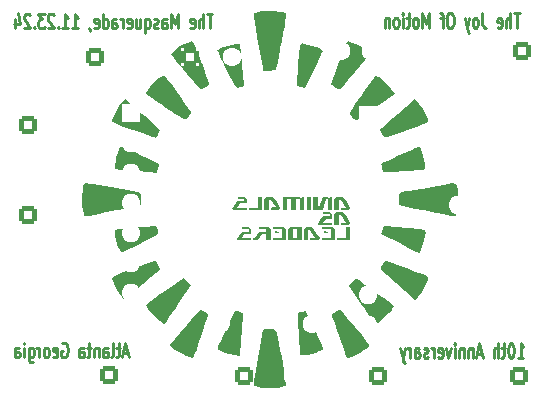
<source format=gbo>
G04 #@! TF.GenerationSoftware,KiCad,Pcbnew,(6.0.2-0)*
G04 #@! TF.CreationDate,2024-11-08T08:50:19-05:00*
G04 #@! TF.ProjectId,Joy_of_Motion,4a6f795f-6f66-45f4-9d6f-74696f6e2e6b,rev?*
G04 #@! TF.SameCoordinates,Original*
G04 #@! TF.FileFunction,Legend,Bot*
G04 #@! TF.FilePolarity,Positive*
%FSLAX46Y46*%
G04 Gerber Fmt 4.6, Leading zero omitted, Abs format (unit mm)*
G04 Created by KiCad (PCBNEW (6.0.2-0)) date 2024-11-08 08:50:19*
%MOMM*%
%LPD*%
G01*
G04 APERTURE LIST*
G04 Aperture macros list*
%AMRoundRect*
0 Rectangle with rounded corners*
0 $1 Rounding radius*
0 $2 $3 $4 $5 $6 $7 $8 $9 X,Y pos of 4 corners*
0 Add a 4 corners polygon primitive as box body*
4,1,4,$2,$3,$4,$5,$6,$7,$8,$9,$2,$3,0*
0 Add four circle primitives for the rounded corners*
1,1,$1+$1,$2,$3*
1,1,$1+$1,$4,$5*
1,1,$1+$1,$6,$7*
1,1,$1+$1,$8,$9*
0 Add four rect primitives between the rounded corners*
20,1,$1+$1,$2,$3,$4,$5,0*
20,1,$1+$1,$4,$5,$6,$7,0*
20,1,$1+$1,$6,$7,$8,$9,0*
20,1,$1+$1,$8,$9,$2,$3,0*%
G04 Aperture macros list end*
%ADD10C,0.212500*%
%ADD11RoundRect,0.250000X-0.550000X0.550000X-0.550000X-0.550000X0.550000X-0.550000X0.550000X0.550000X0*%
%ADD12C,1.600000*%
%ADD13O,1.600000X1.600000*%
%ADD14RoundRect,0.250000X0.550000X0.550000X-0.550000X0.550000X-0.550000X-0.550000X0.550000X-0.550000X0*%
%ADD15R,1.600000X1.600000*%
%ADD16RoundRect,0.250000X-0.550000X-0.550000X0.550000X-0.550000X0.550000X0.550000X-0.550000X0.550000X0*%
%ADD17R,1.800000X1.800000*%
%ADD18C,1.800000*%
G04 APERTURE END LIST*
D10*
X127965476Y-68965476D02*
X128451190Y-68965476D01*
X128208333Y-68965476D02*
X128208333Y-67715476D01*
X128289285Y-67894047D01*
X128370238Y-68013095D01*
X128451190Y-68072619D01*
X127439285Y-67715476D02*
X127358333Y-67715476D01*
X127277380Y-67775000D01*
X127236904Y-67834523D01*
X127196428Y-67953571D01*
X127155952Y-68191666D01*
X127155952Y-68489285D01*
X127196428Y-68727380D01*
X127236904Y-68846428D01*
X127277380Y-68905952D01*
X127358333Y-68965476D01*
X127439285Y-68965476D01*
X127520238Y-68905952D01*
X127560714Y-68846428D01*
X127601190Y-68727380D01*
X127641666Y-68489285D01*
X127641666Y-68191666D01*
X127601190Y-67953571D01*
X127560714Y-67834523D01*
X127520238Y-67775000D01*
X127439285Y-67715476D01*
X126913095Y-68132142D02*
X126589285Y-68132142D01*
X126791666Y-67715476D02*
X126791666Y-68786904D01*
X126751190Y-68905952D01*
X126670238Y-68965476D01*
X126589285Y-68965476D01*
X126305952Y-68965476D02*
X126305952Y-67715476D01*
X125941666Y-68965476D02*
X125941666Y-68310714D01*
X125982142Y-68191666D01*
X126063095Y-68132142D01*
X126184523Y-68132142D01*
X126265476Y-68191666D01*
X126305952Y-68251190D01*
X124929761Y-68608333D02*
X124525000Y-68608333D01*
X125010714Y-68965476D02*
X124727380Y-67715476D01*
X124444047Y-68965476D01*
X124160714Y-68132142D02*
X124160714Y-68965476D01*
X124160714Y-68251190D02*
X124120238Y-68191666D01*
X124039285Y-68132142D01*
X123917857Y-68132142D01*
X123836904Y-68191666D01*
X123796428Y-68310714D01*
X123796428Y-68965476D01*
X123391666Y-68132142D02*
X123391666Y-68965476D01*
X123391666Y-68251190D02*
X123351190Y-68191666D01*
X123270238Y-68132142D01*
X123148809Y-68132142D01*
X123067857Y-68191666D01*
X123027380Y-68310714D01*
X123027380Y-68965476D01*
X122622619Y-68965476D02*
X122622619Y-68132142D01*
X122622619Y-67715476D02*
X122663095Y-67775000D01*
X122622619Y-67834523D01*
X122582142Y-67775000D01*
X122622619Y-67715476D01*
X122622619Y-67834523D01*
X122298809Y-68132142D02*
X122096428Y-68965476D01*
X121894047Y-68132142D01*
X121246428Y-68905952D02*
X121327380Y-68965476D01*
X121489285Y-68965476D01*
X121570238Y-68905952D01*
X121610714Y-68786904D01*
X121610714Y-68310714D01*
X121570238Y-68191666D01*
X121489285Y-68132142D01*
X121327380Y-68132142D01*
X121246428Y-68191666D01*
X121205952Y-68310714D01*
X121205952Y-68429761D01*
X121610714Y-68548809D01*
X120841666Y-68965476D02*
X120841666Y-68132142D01*
X120841666Y-68370238D02*
X120801190Y-68251190D01*
X120760714Y-68191666D01*
X120679761Y-68132142D01*
X120598809Y-68132142D01*
X120355952Y-68905952D02*
X120275000Y-68965476D01*
X120113095Y-68965476D01*
X120032142Y-68905952D01*
X119991666Y-68786904D01*
X119991666Y-68727380D01*
X120032142Y-68608333D01*
X120113095Y-68548809D01*
X120234523Y-68548809D01*
X120315476Y-68489285D01*
X120355952Y-68370238D01*
X120355952Y-68310714D01*
X120315476Y-68191666D01*
X120234523Y-68132142D01*
X120113095Y-68132142D01*
X120032142Y-68191666D01*
X119263095Y-68965476D02*
X119263095Y-68310714D01*
X119303571Y-68191666D01*
X119384523Y-68132142D01*
X119546428Y-68132142D01*
X119627380Y-68191666D01*
X119263095Y-68905952D02*
X119344047Y-68965476D01*
X119546428Y-68965476D01*
X119627380Y-68905952D01*
X119667857Y-68786904D01*
X119667857Y-68667857D01*
X119627380Y-68548809D01*
X119546428Y-68489285D01*
X119344047Y-68489285D01*
X119263095Y-68429761D01*
X118858333Y-68965476D02*
X118858333Y-68132142D01*
X118858333Y-68370238D02*
X118817857Y-68251190D01*
X118777380Y-68191666D01*
X118696428Y-68132142D01*
X118615476Y-68132142D01*
X118413095Y-68132142D02*
X118210714Y-68965476D01*
X118008333Y-68132142D02*
X118210714Y-68965476D01*
X118291666Y-69263095D01*
X118332142Y-69322619D01*
X118413095Y-69382142D01*
X94946428Y-68558333D02*
X94541666Y-68558333D01*
X95027380Y-68915476D02*
X94744047Y-67665476D01*
X94460714Y-68915476D01*
X94298809Y-68082142D02*
X93975000Y-68082142D01*
X94177380Y-67665476D02*
X94177380Y-68736904D01*
X94136904Y-68855952D01*
X94055952Y-68915476D01*
X93975000Y-68915476D01*
X93570238Y-68915476D02*
X93651190Y-68855952D01*
X93691666Y-68736904D01*
X93691666Y-67665476D01*
X92882142Y-68915476D02*
X92882142Y-68260714D01*
X92922619Y-68141666D01*
X93003571Y-68082142D01*
X93165476Y-68082142D01*
X93246428Y-68141666D01*
X92882142Y-68855952D02*
X92963095Y-68915476D01*
X93165476Y-68915476D01*
X93246428Y-68855952D01*
X93286904Y-68736904D01*
X93286904Y-68617857D01*
X93246428Y-68498809D01*
X93165476Y-68439285D01*
X92963095Y-68439285D01*
X92882142Y-68379761D01*
X92477380Y-68082142D02*
X92477380Y-68915476D01*
X92477380Y-68201190D02*
X92436904Y-68141666D01*
X92355952Y-68082142D01*
X92234523Y-68082142D01*
X92153571Y-68141666D01*
X92113095Y-68260714D01*
X92113095Y-68915476D01*
X91829761Y-68082142D02*
X91505952Y-68082142D01*
X91708333Y-67665476D02*
X91708333Y-68736904D01*
X91667857Y-68855952D01*
X91586904Y-68915476D01*
X91505952Y-68915476D01*
X90858333Y-68915476D02*
X90858333Y-68260714D01*
X90898809Y-68141666D01*
X90979761Y-68082142D01*
X91141666Y-68082142D01*
X91222619Y-68141666D01*
X90858333Y-68855952D02*
X90939285Y-68915476D01*
X91141666Y-68915476D01*
X91222619Y-68855952D01*
X91263095Y-68736904D01*
X91263095Y-68617857D01*
X91222619Y-68498809D01*
X91141666Y-68439285D01*
X90939285Y-68439285D01*
X90858333Y-68379761D01*
X89360714Y-67725000D02*
X89441666Y-67665476D01*
X89563095Y-67665476D01*
X89684523Y-67725000D01*
X89765476Y-67844047D01*
X89805952Y-67963095D01*
X89846428Y-68201190D01*
X89846428Y-68379761D01*
X89805952Y-68617857D01*
X89765476Y-68736904D01*
X89684523Y-68855952D01*
X89563095Y-68915476D01*
X89482142Y-68915476D01*
X89360714Y-68855952D01*
X89320238Y-68796428D01*
X89320238Y-68379761D01*
X89482142Y-68379761D01*
X88632142Y-68855952D02*
X88713095Y-68915476D01*
X88875000Y-68915476D01*
X88955952Y-68855952D01*
X88996428Y-68736904D01*
X88996428Y-68260714D01*
X88955952Y-68141666D01*
X88875000Y-68082142D01*
X88713095Y-68082142D01*
X88632142Y-68141666D01*
X88591666Y-68260714D01*
X88591666Y-68379761D01*
X88996428Y-68498809D01*
X88105952Y-68915476D02*
X88186904Y-68855952D01*
X88227380Y-68796428D01*
X88267857Y-68677380D01*
X88267857Y-68320238D01*
X88227380Y-68201190D01*
X88186904Y-68141666D01*
X88105952Y-68082142D01*
X87984523Y-68082142D01*
X87903571Y-68141666D01*
X87863095Y-68201190D01*
X87822619Y-68320238D01*
X87822619Y-68677380D01*
X87863095Y-68796428D01*
X87903571Y-68855952D01*
X87984523Y-68915476D01*
X88105952Y-68915476D01*
X87458333Y-68915476D02*
X87458333Y-68082142D01*
X87458333Y-68320238D02*
X87417857Y-68201190D01*
X87377380Y-68141666D01*
X87296428Y-68082142D01*
X87215476Y-68082142D01*
X86567857Y-68082142D02*
X86567857Y-69094047D01*
X86608333Y-69213095D01*
X86648809Y-69272619D01*
X86729761Y-69332142D01*
X86851190Y-69332142D01*
X86932142Y-69272619D01*
X86567857Y-68855952D02*
X86648809Y-68915476D01*
X86810714Y-68915476D01*
X86891666Y-68855952D01*
X86932142Y-68796428D01*
X86972619Y-68677380D01*
X86972619Y-68320238D01*
X86932142Y-68201190D01*
X86891666Y-68141666D01*
X86810714Y-68082142D01*
X86648809Y-68082142D01*
X86567857Y-68141666D01*
X86163095Y-68915476D02*
X86163095Y-68082142D01*
X86163095Y-67665476D02*
X86203571Y-67725000D01*
X86163095Y-67784523D01*
X86122619Y-67725000D01*
X86163095Y-67665476D01*
X86163095Y-67784523D01*
X85394047Y-68915476D02*
X85394047Y-68260714D01*
X85434523Y-68141666D01*
X85515476Y-68082142D01*
X85677380Y-68082142D01*
X85758333Y-68141666D01*
X85394047Y-68855952D02*
X85475000Y-68915476D01*
X85677380Y-68915476D01*
X85758333Y-68855952D01*
X85798809Y-68736904D01*
X85798809Y-68617857D01*
X85758333Y-68498809D01*
X85677380Y-68439285D01*
X85475000Y-68439285D01*
X85394047Y-68379761D01*
X102119047Y-39815476D02*
X101633333Y-39815476D01*
X101876190Y-41065476D02*
X101876190Y-39815476D01*
X101350000Y-41065476D02*
X101350000Y-39815476D01*
X100985714Y-41065476D02*
X100985714Y-40410714D01*
X101026190Y-40291666D01*
X101107142Y-40232142D01*
X101228571Y-40232142D01*
X101309523Y-40291666D01*
X101350000Y-40351190D01*
X100257142Y-41005952D02*
X100338095Y-41065476D01*
X100500000Y-41065476D01*
X100580952Y-41005952D01*
X100621428Y-40886904D01*
X100621428Y-40410714D01*
X100580952Y-40291666D01*
X100500000Y-40232142D01*
X100338095Y-40232142D01*
X100257142Y-40291666D01*
X100216666Y-40410714D01*
X100216666Y-40529761D01*
X100621428Y-40648809D01*
X99204761Y-41065476D02*
X99204761Y-39815476D01*
X98921428Y-40708333D01*
X98638095Y-39815476D01*
X98638095Y-41065476D01*
X97869047Y-41065476D02*
X97869047Y-40410714D01*
X97909523Y-40291666D01*
X97990476Y-40232142D01*
X98152380Y-40232142D01*
X98233333Y-40291666D01*
X97869047Y-41005952D02*
X97950000Y-41065476D01*
X98152380Y-41065476D01*
X98233333Y-41005952D01*
X98273809Y-40886904D01*
X98273809Y-40767857D01*
X98233333Y-40648809D01*
X98152380Y-40589285D01*
X97950000Y-40589285D01*
X97869047Y-40529761D01*
X97504761Y-41005952D02*
X97423809Y-41065476D01*
X97261904Y-41065476D01*
X97180952Y-41005952D01*
X97140476Y-40886904D01*
X97140476Y-40827380D01*
X97180952Y-40708333D01*
X97261904Y-40648809D01*
X97383333Y-40648809D01*
X97464285Y-40589285D01*
X97504761Y-40470238D01*
X97504761Y-40410714D01*
X97464285Y-40291666D01*
X97383333Y-40232142D01*
X97261904Y-40232142D01*
X97180952Y-40291666D01*
X96411904Y-40232142D02*
X96411904Y-41482142D01*
X96411904Y-41005952D02*
X96492857Y-41065476D01*
X96654761Y-41065476D01*
X96735714Y-41005952D01*
X96776190Y-40946428D01*
X96816666Y-40827380D01*
X96816666Y-40470238D01*
X96776190Y-40351190D01*
X96735714Y-40291666D01*
X96654761Y-40232142D01*
X96492857Y-40232142D01*
X96411904Y-40291666D01*
X95642857Y-40232142D02*
X95642857Y-41065476D01*
X96007142Y-40232142D02*
X96007142Y-40886904D01*
X95966666Y-41005952D01*
X95885714Y-41065476D01*
X95764285Y-41065476D01*
X95683333Y-41005952D01*
X95642857Y-40946428D01*
X94914285Y-41005952D02*
X94995238Y-41065476D01*
X95157142Y-41065476D01*
X95238095Y-41005952D01*
X95278571Y-40886904D01*
X95278571Y-40410714D01*
X95238095Y-40291666D01*
X95157142Y-40232142D01*
X94995238Y-40232142D01*
X94914285Y-40291666D01*
X94873809Y-40410714D01*
X94873809Y-40529761D01*
X95278571Y-40648809D01*
X94509523Y-41065476D02*
X94509523Y-40232142D01*
X94509523Y-40470238D02*
X94469047Y-40351190D01*
X94428571Y-40291666D01*
X94347619Y-40232142D01*
X94266666Y-40232142D01*
X93619047Y-41065476D02*
X93619047Y-40410714D01*
X93659523Y-40291666D01*
X93740476Y-40232142D01*
X93902380Y-40232142D01*
X93983333Y-40291666D01*
X93619047Y-41005952D02*
X93700000Y-41065476D01*
X93902380Y-41065476D01*
X93983333Y-41005952D01*
X94023809Y-40886904D01*
X94023809Y-40767857D01*
X93983333Y-40648809D01*
X93902380Y-40589285D01*
X93700000Y-40589285D01*
X93619047Y-40529761D01*
X92850000Y-41065476D02*
X92850000Y-39815476D01*
X92850000Y-41005952D02*
X92930952Y-41065476D01*
X93092857Y-41065476D01*
X93173809Y-41005952D01*
X93214285Y-40946428D01*
X93254761Y-40827380D01*
X93254761Y-40470238D01*
X93214285Y-40351190D01*
X93173809Y-40291666D01*
X93092857Y-40232142D01*
X92930952Y-40232142D01*
X92850000Y-40291666D01*
X92121428Y-41005952D02*
X92202380Y-41065476D01*
X92364285Y-41065476D01*
X92445238Y-41005952D01*
X92485714Y-40886904D01*
X92485714Y-40410714D01*
X92445238Y-40291666D01*
X92364285Y-40232142D01*
X92202380Y-40232142D01*
X92121428Y-40291666D01*
X92080952Y-40410714D01*
X92080952Y-40529761D01*
X92485714Y-40648809D01*
X91676190Y-41005952D02*
X91676190Y-41065476D01*
X91716666Y-41184523D01*
X91757142Y-41244047D01*
X90219047Y-41065476D02*
X90704761Y-41065476D01*
X90461904Y-41065476D02*
X90461904Y-39815476D01*
X90542857Y-39994047D01*
X90623809Y-40113095D01*
X90704761Y-40172619D01*
X89409523Y-41065476D02*
X89895238Y-41065476D01*
X89652380Y-41065476D02*
X89652380Y-39815476D01*
X89733333Y-39994047D01*
X89814285Y-40113095D01*
X89895238Y-40172619D01*
X89045238Y-40946428D02*
X89004761Y-41005952D01*
X89045238Y-41065476D01*
X89085714Y-41005952D01*
X89045238Y-40946428D01*
X89045238Y-41065476D01*
X88680952Y-39934523D02*
X88640476Y-39875000D01*
X88559523Y-39815476D01*
X88357142Y-39815476D01*
X88276190Y-39875000D01*
X88235714Y-39934523D01*
X88195238Y-40053571D01*
X88195238Y-40172619D01*
X88235714Y-40351190D01*
X88721428Y-41065476D01*
X88195238Y-41065476D01*
X87911904Y-39815476D02*
X87385714Y-39815476D01*
X87669047Y-40291666D01*
X87547619Y-40291666D01*
X87466666Y-40351190D01*
X87426190Y-40410714D01*
X87385714Y-40529761D01*
X87385714Y-40827380D01*
X87426190Y-40946428D01*
X87466666Y-41005952D01*
X87547619Y-41065476D01*
X87790476Y-41065476D01*
X87871428Y-41005952D01*
X87911904Y-40946428D01*
X87021428Y-40946428D02*
X86980952Y-41005952D01*
X87021428Y-41065476D01*
X87061904Y-41005952D01*
X87021428Y-40946428D01*
X87021428Y-41065476D01*
X86657142Y-39934523D02*
X86616666Y-39875000D01*
X86535714Y-39815476D01*
X86333333Y-39815476D01*
X86252380Y-39875000D01*
X86211904Y-39934523D01*
X86171428Y-40053571D01*
X86171428Y-40172619D01*
X86211904Y-40351190D01*
X86697619Y-41065476D01*
X86171428Y-41065476D01*
X85442857Y-40232142D02*
X85442857Y-41065476D01*
X85645238Y-39755952D02*
X85847619Y-40648809D01*
X85321428Y-40648809D01*
X128117857Y-39765476D02*
X127632142Y-39765476D01*
X127875000Y-41015476D02*
X127875000Y-39765476D01*
X127348809Y-41015476D02*
X127348809Y-39765476D01*
X126984523Y-41015476D02*
X126984523Y-40360714D01*
X127025000Y-40241666D01*
X127105952Y-40182142D01*
X127227380Y-40182142D01*
X127308333Y-40241666D01*
X127348809Y-40301190D01*
X126255952Y-40955952D02*
X126336904Y-41015476D01*
X126498809Y-41015476D01*
X126579761Y-40955952D01*
X126620238Y-40836904D01*
X126620238Y-40360714D01*
X126579761Y-40241666D01*
X126498809Y-40182142D01*
X126336904Y-40182142D01*
X126255952Y-40241666D01*
X126215476Y-40360714D01*
X126215476Y-40479761D01*
X126620238Y-40598809D01*
X124960714Y-39765476D02*
X124960714Y-40658333D01*
X125001190Y-40836904D01*
X125082142Y-40955952D01*
X125203571Y-41015476D01*
X125284523Y-41015476D01*
X124434523Y-41015476D02*
X124515476Y-40955952D01*
X124555952Y-40896428D01*
X124596428Y-40777380D01*
X124596428Y-40420238D01*
X124555952Y-40301190D01*
X124515476Y-40241666D01*
X124434523Y-40182142D01*
X124313095Y-40182142D01*
X124232142Y-40241666D01*
X124191666Y-40301190D01*
X124151190Y-40420238D01*
X124151190Y-40777380D01*
X124191666Y-40896428D01*
X124232142Y-40955952D01*
X124313095Y-41015476D01*
X124434523Y-41015476D01*
X123867857Y-40182142D02*
X123665476Y-41015476D01*
X123463095Y-40182142D02*
X123665476Y-41015476D01*
X123746428Y-41313095D01*
X123786904Y-41372619D01*
X123867857Y-41432142D01*
X122329761Y-39765476D02*
X122167857Y-39765476D01*
X122086904Y-39825000D01*
X122005952Y-39944047D01*
X121965476Y-40182142D01*
X121965476Y-40598809D01*
X122005952Y-40836904D01*
X122086904Y-40955952D01*
X122167857Y-41015476D01*
X122329761Y-41015476D01*
X122410714Y-40955952D01*
X122491666Y-40836904D01*
X122532142Y-40598809D01*
X122532142Y-40182142D01*
X122491666Y-39944047D01*
X122410714Y-39825000D01*
X122329761Y-39765476D01*
X121722619Y-40182142D02*
X121398809Y-40182142D01*
X121601190Y-41015476D02*
X121601190Y-39944047D01*
X121560714Y-39825000D01*
X121479761Y-39765476D01*
X121398809Y-39765476D01*
X120467857Y-41015476D02*
X120467857Y-39765476D01*
X120184523Y-40658333D01*
X119901190Y-39765476D01*
X119901190Y-41015476D01*
X119375000Y-41015476D02*
X119455952Y-40955952D01*
X119496428Y-40896428D01*
X119536904Y-40777380D01*
X119536904Y-40420238D01*
X119496428Y-40301190D01*
X119455952Y-40241666D01*
X119375000Y-40182142D01*
X119253571Y-40182142D01*
X119172619Y-40241666D01*
X119132142Y-40301190D01*
X119091666Y-40420238D01*
X119091666Y-40777380D01*
X119132142Y-40896428D01*
X119172619Y-40955952D01*
X119253571Y-41015476D01*
X119375000Y-41015476D01*
X118848809Y-40182142D02*
X118525000Y-40182142D01*
X118727380Y-39765476D02*
X118727380Y-40836904D01*
X118686904Y-40955952D01*
X118605952Y-41015476D01*
X118525000Y-41015476D01*
X118241666Y-41015476D02*
X118241666Y-40182142D01*
X118241666Y-39765476D02*
X118282142Y-39825000D01*
X118241666Y-39884523D01*
X118201190Y-39825000D01*
X118241666Y-39765476D01*
X118241666Y-39884523D01*
X117715476Y-41015476D02*
X117796428Y-40955952D01*
X117836904Y-40896428D01*
X117877380Y-40777380D01*
X117877380Y-40420238D01*
X117836904Y-40301190D01*
X117796428Y-40241666D01*
X117715476Y-40182142D01*
X117594047Y-40182142D01*
X117513095Y-40241666D01*
X117472619Y-40301190D01*
X117432142Y-40420238D01*
X117432142Y-40777380D01*
X117472619Y-40896428D01*
X117513095Y-40955952D01*
X117594047Y-41015476D01*
X117715476Y-41015476D01*
X117067857Y-40182142D02*
X117067857Y-41015476D01*
X117067857Y-40301190D02*
X117027380Y-40241666D01*
X116946428Y-40182142D01*
X116825000Y-40182142D01*
X116744047Y-40241666D01*
X116703571Y-40360714D01*
X116703571Y-41015476D01*
G36*
X108541667Y-59008943D02*
G01*
X108541667Y-58825549D01*
X108916667Y-58825549D01*
X109283334Y-58825549D01*
X109283334Y-58083639D01*
X108916667Y-58083639D01*
X108916667Y-58825549D01*
X108541667Y-58825549D01*
X108541667Y-58079744D01*
X108631108Y-57989995D01*
X108720550Y-57900246D01*
X109658334Y-57900246D01*
X109658334Y-59008943D01*
X108541667Y-59008943D01*
G37*
G36*
X112160281Y-56689290D02*
G01*
X112250000Y-56778760D01*
X112250000Y-57158336D01*
X111972917Y-57158599D01*
X111695834Y-57158863D01*
X111577084Y-57336778D01*
X111548890Y-57379169D01*
X111519573Y-57423599D01*
X111494628Y-57461787D01*
X111475285Y-57491834D01*
X111462777Y-57511840D01*
X111458334Y-57519908D01*
X111458334Y-57519916D01*
X111466522Y-57520962D01*
X111489745Y-57521938D01*
X111526384Y-57522822D01*
X111574820Y-57523594D01*
X111633436Y-57524231D01*
X111700611Y-57524712D01*
X111774728Y-57525016D01*
X111854167Y-57525123D01*
X112250000Y-57525123D01*
X112250000Y-57716852D01*
X111143604Y-57716852D01*
X111088469Y-57663304D01*
X111075943Y-57650901D01*
X111054077Y-57627912D01*
X111038971Y-57610153D01*
X111033334Y-57600701D01*
X111036103Y-57595076D01*
X111047215Y-57576642D01*
X111065961Y-57546920D01*
X111091414Y-57507342D01*
X111122645Y-57459341D01*
X111158726Y-57404349D01*
X111198728Y-57343800D01*
X111241722Y-57279126D01*
X111450111Y-56966606D01*
X112066667Y-56966606D01*
X112066667Y-56783213D01*
X111508334Y-56783213D01*
X111508334Y-56599819D01*
X112070562Y-56599819D01*
X112160281Y-56689290D01*
G37*
G36*
X109533334Y-55477657D02*
G01*
X109714176Y-55299393D01*
X109908334Y-55299393D01*
X109908334Y-55852352D01*
X109908317Y-55895646D01*
X109908164Y-55988104D01*
X109907863Y-56074999D01*
X109907428Y-56154944D01*
X109906873Y-56226548D01*
X109906212Y-56288424D01*
X109905458Y-56339183D01*
X109904625Y-56377436D01*
X109903727Y-56401794D01*
X109902778Y-56410868D01*
X109900714Y-56411552D01*
X109884991Y-56413110D01*
X109856107Y-56414450D01*
X109816548Y-56415498D01*
X109768799Y-56416182D01*
X109715348Y-56416426D01*
X109533474Y-56416426D01*
X109531320Y-55951690D01*
X109529167Y-55486954D01*
X109347917Y-55484707D01*
X109166667Y-55482461D01*
X109166667Y-56416426D01*
X108791667Y-56416426D01*
X108791667Y-55482467D01*
X108606250Y-55484711D01*
X108420834Y-55486954D01*
X108418681Y-55951690D01*
X108416527Y-56416426D01*
X108050000Y-56416426D01*
X108050000Y-55299393D01*
X109533334Y-55299393D01*
X109533334Y-55477657D01*
G37*
G36*
X106968614Y-57989716D02*
G01*
X107058334Y-58079187D01*
X107058334Y-59008943D01*
X106683334Y-59008943D01*
X106683334Y-58458762D01*
X106497917Y-58458977D01*
X106312500Y-58459191D01*
X106129949Y-58734067D01*
X105947397Y-59008943D01*
X105566667Y-59008943D01*
X105566667Y-58825549D01*
X105631250Y-58825317D01*
X105695834Y-58825085D01*
X105881263Y-58546059D01*
X106066693Y-58267033D01*
X106683334Y-58267033D01*
X106683334Y-58083639D01*
X106058334Y-58083639D01*
X106058334Y-57900246D01*
X106878895Y-57900246D01*
X106968614Y-57989716D01*
G37*
G36*
X111854167Y-58308713D02*
G01*
X111945550Y-58400410D01*
X111575000Y-58400410D01*
X111575000Y-58217016D01*
X111762785Y-58217016D01*
X111854167Y-58308713D01*
G37*
G36*
X106966531Y-55299630D02*
G01*
X107245834Y-55299867D01*
X107555440Y-55765222D01*
X107865047Y-56230577D01*
X107772153Y-56323502D01*
X107679260Y-56416426D01*
X107058334Y-56416426D01*
X107058334Y-56224978D01*
X107271680Y-56222753D01*
X107485027Y-56220528D01*
X106994127Y-55486954D01*
X106934564Y-55484505D01*
X106875000Y-55482056D01*
X106875000Y-56416426D01*
X106500000Y-56416426D01*
X106500000Y-55487215D01*
X106593615Y-55393304D01*
X106687229Y-55299393D01*
X106966531Y-55299630D01*
G37*
G36*
X108268614Y-57989716D02*
G01*
X108358334Y-58079187D01*
X108358334Y-59008943D01*
X107241667Y-59008943D01*
X107241667Y-58825549D01*
X107983334Y-58825549D01*
X107983334Y-58083639D01*
X107241667Y-58083639D01*
X107241667Y-57900246D01*
X108178895Y-57900246D01*
X108268614Y-57989716D01*
G37*
G36*
X110458334Y-56416426D02*
G01*
X110091667Y-56416426D01*
X110091667Y-55299393D01*
X110458334Y-55299393D01*
X110458334Y-56416426D01*
G37*
G36*
X111883334Y-55478334D02*
G01*
X111973053Y-55388863D01*
X112062773Y-55299393D01*
X112250000Y-55299393D01*
X112250000Y-56416426D01*
X111883474Y-56416426D01*
X111881320Y-55951690D01*
X111879167Y-55486954D01*
X111820834Y-55484561D01*
X111762500Y-55482168D01*
X111452834Y-56412258D01*
X110645834Y-56412258D01*
X110643691Y-55855825D01*
X110641549Y-55299393D01*
X111016667Y-55299393D01*
X111016667Y-56224696D01*
X111140278Y-56224696D01*
X111293747Y-55764128D01*
X111447215Y-55303561D01*
X111665274Y-55301338D01*
X111883334Y-55299117D01*
X111883334Y-55478334D01*
G37*
G36*
X105298221Y-57994325D02*
G01*
X105392002Y-58088404D01*
X105387500Y-58454594D01*
X104824952Y-58462930D01*
X104708317Y-58637988D01*
X104681988Y-58677666D01*
X104652789Y-58722088D01*
X104627916Y-58760392D01*
X104608611Y-58790649D01*
X104596117Y-58810927D01*
X104591675Y-58819297D01*
X104591695Y-58819361D01*
X104600548Y-58820606D01*
X104624376Y-58821766D01*
X104661571Y-58822817D01*
X104710520Y-58823734D01*
X104769615Y-58824490D01*
X104837245Y-58825062D01*
X104911799Y-58825423D01*
X104991667Y-58825549D01*
X105391667Y-58825549D01*
X105391667Y-59008943D01*
X104271282Y-59008943D01*
X104218975Y-58957083D01*
X104208436Y-58946500D01*
X104187046Y-58924052D01*
X104172216Y-58907087D01*
X104166667Y-58898648D01*
X104169467Y-58893375D01*
X104180604Y-58875389D01*
X104199363Y-58846089D01*
X104224817Y-58806895D01*
X104256041Y-58759225D01*
X104292106Y-58704499D01*
X104332086Y-58644135D01*
X104375056Y-58579553D01*
X104583444Y-58267033D01*
X105200000Y-58267033D01*
X105200000Y-58083639D01*
X104641667Y-58083639D01*
X104641667Y-57900246D01*
X105204439Y-57900246D01*
X105298221Y-57994325D01*
G37*
G36*
X112410281Y-57989716D02*
G01*
X112500000Y-58079187D01*
X112500000Y-59008943D01*
X111383334Y-59008943D01*
X111383334Y-58825549D01*
X112125000Y-58825549D01*
X112125000Y-58083639D01*
X111383334Y-58083639D01*
X111383334Y-57900246D01*
X112320562Y-57900246D01*
X112410281Y-57989716D01*
G37*
G36*
X113800000Y-59008943D02*
G01*
X112683334Y-59008943D01*
X112683334Y-58825549D01*
X113425000Y-58825549D01*
X113425000Y-57900246D01*
X113800000Y-57900246D01*
X113800000Y-59008943D01*
G37*
G36*
X110304025Y-57900473D02*
G01*
X110587500Y-57900699D01*
X110895330Y-58363488D01*
X111203159Y-58826276D01*
X111112138Y-58917609D01*
X111021118Y-59008943D01*
X110400000Y-59008943D01*
X110400000Y-58825831D01*
X110612516Y-58823606D01*
X110825031Y-58821381D01*
X110333277Y-58083639D01*
X110216667Y-58083639D01*
X110216667Y-59008943D01*
X109841667Y-59008943D01*
X109841667Y-58079744D01*
X109931108Y-57989995D01*
X110020550Y-57900246D01*
X110304025Y-57900473D01*
G37*
G36*
X113492433Y-55763192D02*
G01*
X113801605Y-56226992D01*
X113707189Y-56321709D01*
X113612772Y-56416426D01*
X112991667Y-56416426D01*
X112991667Y-56224696D01*
X113425021Y-56224696D01*
X113177816Y-55853741D01*
X112930610Y-55482786D01*
X112808334Y-55482786D01*
X112808334Y-56416745D01*
X112622917Y-56414501D01*
X112437500Y-56412258D01*
X112433192Y-55488706D01*
X112526552Y-55394049D01*
X112619912Y-55299393D01*
X113183259Y-55299393D01*
X113492433Y-55763192D01*
G37*
G36*
X107704167Y-58308713D02*
G01*
X107795550Y-58400410D01*
X107425000Y-58400410D01*
X107425000Y-58217016D01*
X107612785Y-58217016D01*
X107704167Y-58308713D01*
G37*
G36*
X106316667Y-56416426D02*
G01*
X105200000Y-56416426D01*
X105200000Y-56224696D01*
X105941667Y-56224696D01*
X105941667Y-55299393D01*
X106316667Y-55299393D01*
X106316667Y-56416426D01*
G37*
G36*
X105016667Y-55477657D02*
G01*
X105016667Y-55857909D01*
X104461003Y-55857909D01*
X104338814Y-56041303D01*
X104216626Y-56224696D01*
X105016667Y-56224696D01*
X105016667Y-56416426D01*
X103904616Y-56416426D01*
X103852308Y-56364566D01*
X103842247Y-56354351D01*
X103820628Y-56330513D01*
X103805620Y-56311199D01*
X103800000Y-56299845D01*
X103802401Y-56294300D01*
X103813095Y-56275772D01*
X103831497Y-56245953D01*
X103856667Y-56206304D01*
X103887666Y-56158289D01*
X103923556Y-56103369D01*
X103963397Y-56043007D01*
X104006250Y-55978666D01*
X104212500Y-55670348D01*
X104833896Y-55665976D01*
X104831531Y-55576465D01*
X104829167Y-55486954D01*
X104552084Y-55484758D01*
X104275000Y-55482561D01*
X104275000Y-55299393D01*
X104835825Y-55299393D01*
X105016667Y-55477657D01*
G37*
G36*
X113492433Y-57063619D02*
G01*
X113801605Y-57527419D01*
X113707090Y-57622235D01*
X113612574Y-57717051D01*
X113304204Y-57714868D01*
X112995834Y-57712684D01*
X112993478Y-57618903D01*
X112991121Y-57525123D01*
X113425021Y-57525123D01*
X113177816Y-57154168D01*
X112930610Y-56783213D01*
X112808334Y-56783213D01*
X112808334Y-57717171D01*
X112622917Y-57714928D01*
X112437500Y-57712684D01*
X112435346Y-57250235D01*
X112433191Y-56787785D01*
X112526876Y-56693802D01*
X112620562Y-56599819D01*
X113183259Y-56599819D01*
X113492433Y-57063619D01*
G37*
G36*
X100452553Y-42196412D02*
G01*
X100560757Y-42312877D01*
X100672998Y-42524792D01*
X100804068Y-42847567D01*
X100968759Y-43296616D01*
X101181860Y-43887348D01*
X101277924Y-44152691D01*
X101456556Y-44651520D01*
X101609781Y-45086555D01*
X101729356Y-45434006D01*
X101807038Y-45670084D01*
X101834582Y-45771000D01*
X101823440Y-45799427D01*
X101711062Y-45910251D01*
X101517005Y-46042418D01*
X101432342Y-46091372D01*
X101250307Y-46188933D01*
X101158000Y-46226455D01*
X101140250Y-46215066D01*
X101029408Y-46104716D01*
X100837957Y-45895280D01*
X100584980Y-45609221D01*
X100289561Y-45269002D01*
X99970780Y-44897086D01*
X99647722Y-44515936D01*
X99339469Y-44148015D01*
X99065102Y-43815786D01*
X98843706Y-43541712D01*
X98694363Y-43348255D01*
X98636154Y-43257880D01*
X98681732Y-43135023D01*
X98847195Y-42957886D01*
X99100889Y-42756937D01*
X99410032Y-42557998D01*
X99741842Y-42386894D01*
X99764298Y-42376804D01*
X100004260Y-42265591D01*
X100189096Y-42188180D01*
X100333597Y-42159983D01*
X100452553Y-42196412D01*
G37*
G36*
X97309177Y-60747740D02*
G01*
X97392682Y-60881882D01*
X97516775Y-61086213D01*
X97714956Y-61415426D01*
X97298645Y-61774111D01*
X97200005Y-61859540D01*
X96936447Y-62089586D01*
X96597149Y-62387224D01*
X96215277Y-62723332D01*
X95824000Y-63068791D01*
X95561989Y-63299136D01*
X95236752Y-63580843D01*
X94971293Y-63805814D01*
X94787767Y-63955344D01*
X94708331Y-64010725D01*
X94697458Y-64009993D01*
X94586212Y-63928742D01*
X94422302Y-63740180D01*
X94231642Y-63479375D01*
X94040147Y-63181395D01*
X93873732Y-62881310D01*
X93868081Y-62870061D01*
X93744267Y-62624347D01*
X93660995Y-62431232D01*
X93632934Y-62276493D01*
X93674754Y-62145909D01*
X93801123Y-62025259D01*
X94026712Y-61900322D01*
X94366190Y-61756876D01*
X94834227Y-61580701D01*
X95445492Y-61357573D01*
X95742040Y-61249758D01*
X96234336Y-61073424D01*
X96658217Y-60924960D01*
X96991092Y-60812108D01*
X97210368Y-60742611D01*
X97293456Y-60724213D01*
X97309177Y-60747740D01*
G37*
G36*
X114357863Y-62284563D02*
G01*
X114505346Y-62375212D01*
X114752009Y-62539282D01*
X115073994Y-62759815D01*
X115447446Y-63019855D01*
X115848506Y-63302445D01*
X116253318Y-63590627D01*
X116638025Y-63867447D01*
X116978771Y-64115945D01*
X117251698Y-64319166D01*
X117432949Y-64460154D01*
X117498667Y-64521950D01*
X117442604Y-64665753D01*
X117283252Y-64891108D01*
X117049227Y-65162802D01*
X116769251Y-65449698D01*
X116472046Y-65720661D01*
X116186334Y-65944556D01*
X116096555Y-66004020D01*
X115940290Y-66067435D01*
X115838267Y-66022343D01*
X115818802Y-65998263D01*
X115711170Y-65849678D01*
X115530429Y-65591290D01*
X115291675Y-65244946D01*
X115010006Y-64832495D01*
X114700517Y-64375785D01*
X113656834Y-62829904D01*
X113945256Y-62532328D01*
X114047847Y-62434894D01*
X114222440Y-62306994D01*
X114335992Y-62274013D01*
X114357863Y-62284563D01*
G37*
G36*
X98017190Y-45074794D02*
G01*
X98150253Y-45151894D01*
X98310411Y-45317368D01*
X98516038Y-45583179D01*
X98785506Y-45961288D01*
X99137189Y-46463656D01*
X99244441Y-46616750D01*
X99550012Y-47055767D01*
X99820083Y-47447880D01*
X100039095Y-47770245D01*
X100191486Y-48000020D01*
X100261694Y-48114361D01*
X100286238Y-48191464D01*
X100249885Y-48336342D01*
X100093295Y-48529317D01*
X100033595Y-48587043D01*
X99851976Y-48716297D01*
X99715126Y-48751208D01*
X99702324Y-48747129D01*
X99551812Y-48670677D01*
X99300297Y-48519201D01*
X98972081Y-48309428D01*
X98591465Y-48058081D01*
X98182752Y-47781885D01*
X97770244Y-47497565D01*
X97378241Y-47221845D01*
X97031047Y-46971450D01*
X96752963Y-46763105D01*
X96568292Y-46613535D01*
X96501334Y-46539463D01*
X96515766Y-46480841D01*
X96619851Y-46294739D01*
X96797461Y-46050392D01*
X97016473Y-45787548D01*
X97244766Y-45545955D01*
X97450215Y-45365359D01*
X97596853Y-45254131D01*
X97758863Y-45137874D01*
X97892852Y-45074108D01*
X98017190Y-45074794D01*
G37*
G36*
X119662165Y-51099062D02*
G01*
X119767261Y-51264932D01*
X119878948Y-51527507D01*
X119982484Y-51845325D01*
X120063127Y-52176921D01*
X120106135Y-52480833D01*
X120120203Y-52733484D01*
X120112740Y-52913476D01*
X120070568Y-52995633D01*
X119985030Y-53018369D01*
X119911827Y-53023110D01*
X119682165Y-53039494D01*
X119337220Y-53064897D01*
X118909123Y-53096944D01*
X118430000Y-53133262D01*
X118114886Y-53157168D01*
X117654519Y-53191647D01*
X117260996Y-53220587D01*
X116968313Y-53241499D01*
X116810466Y-53251892D01*
X116793145Y-53252699D01*
X116653807Y-53233183D01*
X116568225Y-53132277D01*
X116497289Y-52906898D01*
X116473499Y-52809115D01*
X116433967Y-52615183D01*
X116428436Y-52528008D01*
X116489074Y-52493565D01*
X116680598Y-52398600D01*
X116974414Y-52257996D01*
X117342142Y-52084857D01*
X117755403Y-51892288D01*
X118185818Y-51693393D01*
X118605007Y-51501276D01*
X118984590Y-51329040D01*
X119296189Y-51189791D01*
X119511423Y-51096631D01*
X119601913Y-51062666D01*
X119662165Y-51099062D01*
G37*
G36*
X112945548Y-64882785D02*
G01*
X113069070Y-65009537D01*
X113275198Y-65238634D01*
X113547864Y-65551757D01*
X113870999Y-65930585D01*
X114228533Y-66356797D01*
X114272976Y-66410199D01*
X114659942Y-66876394D01*
X114950832Y-67231958D01*
X115157118Y-67494356D01*
X115290269Y-67681056D01*
X115361758Y-67809521D01*
X115383053Y-67897219D01*
X115365625Y-67961615D01*
X115320946Y-68020175D01*
X115256763Y-68085521D01*
X114989244Y-68298803D01*
X114641988Y-68524168D01*
X114273096Y-68725913D01*
X113940670Y-68868336D01*
X113817547Y-68906547D01*
X113612155Y-68949740D01*
X113506617Y-68941497D01*
X113499541Y-68929615D01*
X113444458Y-68795221D01*
X113348520Y-68536800D01*
X113221439Y-68182581D01*
X113072931Y-67760795D01*
X112912708Y-67299670D01*
X112750484Y-66827436D01*
X112595973Y-66372321D01*
X112458889Y-65962557D01*
X112348945Y-65626371D01*
X112275856Y-65391994D01*
X112249334Y-65287655D01*
X112282219Y-65239445D01*
X112418907Y-65129903D01*
X112609092Y-65006256D01*
X112794934Y-64905175D01*
X112918593Y-64863333D01*
X112945548Y-64882785D01*
G37*
G36*
X99987526Y-62466423D02*
G01*
X100298718Y-62768713D01*
X99203304Y-64408689D01*
X99013934Y-64690757D01*
X98716786Y-65127206D01*
X98457230Y-65500871D01*
X98249166Y-65792102D01*
X98106495Y-65981250D01*
X98043118Y-66048666D01*
X97897171Y-66000206D01*
X97671975Y-65849159D01*
X97408695Y-65624638D01*
X97135743Y-65356482D01*
X96881534Y-65074534D01*
X96674481Y-64808632D01*
X96542998Y-64588618D01*
X96515498Y-64444332D01*
X96536867Y-64420418D01*
X96673829Y-64307771D01*
X96919725Y-64120952D01*
X97254452Y-63874836D01*
X97657911Y-63584301D01*
X98110000Y-63264224D01*
X99676334Y-62164134D01*
X99987526Y-62466423D01*
G37*
G36*
X117037169Y-57820618D02*
G01*
X117412614Y-57846600D01*
X117948364Y-57889039D01*
X118480671Y-57936537D01*
X118981965Y-57986174D01*
X119424672Y-58035029D01*
X119781220Y-58080182D01*
X120024039Y-58118713D01*
X120125555Y-58147702D01*
X120140148Y-58172351D01*
X120157962Y-58345209D01*
X120131631Y-58619640D01*
X120069228Y-58950125D01*
X119978824Y-59291149D01*
X119868491Y-59597192D01*
X119782318Y-59781652D01*
X119676276Y-59965973D01*
X119605498Y-60037333D01*
X119595308Y-60035061D01*
X119467002Y-59981814D01*
X119217062Y-59866387D01*
X118869215Y-59700089D01*
X118447187Y-59494228D01*
X117974706Y-59260111D01*
X116417565Y-58482890D01*
X116618003Y-57793666D01*
X117037169Y-57820618D01*
G37*
G36*
X113770882Y-42185988D02*
G01*
X114057621Y-42299027D01*
X114399724Y-42464556D01*
X114744840Y-42654765D01*
X115040618Y-42841843D01*
X115234709Y-42997979D01*
X115468417Y-43242091D01*
X114176375Y-44735329D01*
X113950985Y-44995427D01*
X113605713Y-45392242D01*
X113308142Y-45732226D01*
X113073986Y-45997521D01*
X112918959Y-46170270D01*
X112858774Y-46232616D01*
X112758093Y-46198653D01*
X112582312Y-46098666D01*
X112388609Y-45969352D01*
X112232368Y-45847776D01*
X112168974Y-45771000D01*
X112175771Y-45741863D01*
X112229560Y-45574568D01*
X112329917Y-45283669D01*
X112468411Y-44893066D01*
X112636612Y-44426654D01*
X112826088Y-43908333D01*
X112837361Y-43877700D01*
X113050930Y-43302240D01*
X113217510Y-42867283D01*
X113345741Y-42554401D01*
X113444259Y-42345165D01*
X113521705Y-42221145D01*
X113586717Y-42163912D01*
X113647933Y-42155036D01*
X113770882Y-42185988D01*
G37*
G36*
X107078904Y-39550486D02*
G01*
X107446974Y-39580432D01*
X107816304Y-39636473D01*
X108130043Y-39708707D01*
X108331340Y-39787234D01*
X108349124Y-39815619D01*
X108358108Y-39928359D01*
X108341122Y-40136154D01*
X108296066Y-40453067D01*
X108220843Y-40893159D01*
X108113356Y-41470490D01*
X107971506Y-42199121D01*
X107951102Y-42302501D01*
X107833016Y-42902386D01*
X107727086Y-43443170D01*
X107637466Y-43903453D01*
X107568310Y-44261835D01*
X107523770Y-44496915D01*
X107508000Y-44587293D01*
X107437675Y-44607207D01*
X107240705Y-44622248D01*
X106961504Y-44628000D01*
X106415007Y-44628000D01*
X106366011Y-44352833D01*
X106222972Y-43545814D01*
X106059150Y-42610519D01*
X105918686Y-41795110D01*
X105802862Y-41107349D01*
X105712961Y-40554998D01*
X105650267Y-40145821D01*
X105616062Y-39887580D01*
X105611630Y-39788037D01*
X105618249Y-39779939D01*
X105749889Y-39718838D01*
X105996748Y-39656695D01*
X106311730Y-39601908D01*
X106647736Y-39562876D01*
X106957667Y-39548000D01*
X107078904Y-39550486D01*
G37*
G36*
X94451365Y-51081676D02*
G01*
X94640889Y-51160957D01*
X94933735Y-51289815D01*
X95301352Y-51455093D01*
X95715186Y-51643629D01*
X96146687Y-51842262D01*
X96567301Y-52037834D01*
X96948476Y-52217183D01*
X97261660Y-52367149D01*
X97478302Y-52474572D01*
X97569848Y-52526292D01*
X97577670Y-52550114D01*
X97563684Y-52697280D01*
X97508693Y-52920787D01*
X97403648Y-53271394D01*
X96846658Y-53224206D01*
X96820596Y-53222012D01*
X96505759Y-53196558D01*
X96080413Y-53163435D01*
X95597068Y-53126686D01*
X95108233Y-53090353D01*
X94958303Y-53079220D01*
X94550653Y-53047469D01*
X94219472Y-53019501D01*
X93995577Y-52998006D01*
X93909782Y-52985677D01*
X93870454Y-52872460D01*
X93871524Y-52634877D01*
X93914168Y-52322928D01*
X93988197Y-51977041D01*
X94083423Y-51637643D01*
X94189658Y-51345163D01*
X94296713Y-51140028D01*
X94394401Y-51062666D01*
X94451365Y-51081676D01*
G37*
G36*
X104264671Y-65026059D02*
G01*
X104488210Y-65081925D01*
X104495101Y-65083574D01*
X104627119Y-65124687D01*
X104691105Y-65196356D01*
X104703725Y-65344518D01*
X104681643Y-65615112D01*
X104671115Y-65730745D01*
X104643277Y-66084945D01*
X104613992Y-66510010D01*
X104588088Y-66937666D01*
X104577593Y-67118113D01*
X104548931Y-67557890D01*
X104518459Y-67968272D01*
X104491220Y-68279390D01*
X104441465Y-68774447D01*
X104048566Y-68720147D01*
X103993696Y-68712138D01*
X103597130Y-68633500D01*
X103204084Y-68525504D01*
X102869382Y-68405027D01*
X102647847Y-68288947D01*
X102615231Y-68262324D01*
X102579065Y-68208779D01*
X102572759Y-68126528D01*
X102603363Y-67994825D01*
X102677927Y-67792922D01*
X102803503Y-67500073D01*
X102987140Y-67095530D01*
X103235889Y-66558547D01*
X103429383Y-66146017D01*
X103655852Y-65678272D01*
X103829902Y-65342519D01*
X103959451Y-65124622D01*
X104052414Y-65010446D01*
X104116709Y-64985857D01*
X104264671Y-65026059D01*
G37*
G36*
X97344450Y-57807311D02*
G01*
X97435939Y-57971605D01*
X97438521Y-57978394D01*
X97497718Y-58141993D01*
X97523518Y-58273707D01*
X97499112Y-58389021D01*
X97407691Y-58503421D01*
X97232445Y-58632391D01*
X96956565Y-58791417D01*
X96563243Y-58995985D01*
X96035667Y-59261579D01*
X95946669Y-59306172D01*
X95485094Y-59535078D01*
X95076860Y-59733709D01*
X94746373Y-59890458D01*
X94518038Y-59993716D01*
X94416260Y-60031873D01*
X94361748Y-60007450D01*
X94253054Y-59856736D01*
X94137349Y-59603113D01*
X94029467Y-59286705D01*
X93944243Y-58947639D01*
X93896512Y-58626040D01*
X93854582Y-58103687D01*
X94225458Y-58055614D01*
X94244139Y-58053257D01*
X94486502Y-58027239D01*
X94846841Y-57993345D01*
X95279628Y-57955702D01*
X95739334Y-57918435D01*
X95819145Y-57912147D01*
X96257662Y-57875294D01*
X96646190Y-57839013D01*
X96945094Y-57807186D01*
X97114741Y-57783698D01*
X97207365Y-57770182D01*
X97344450Y-57807311D01*
G37*
G36*
X107228991Y-66474895D02*
G01*
X107430793Y-66483099D01*
X107508000Y-66494749D01*
X107508605Y-66499001D01*
X107530049Y-66614319D01*
X107579204Y-66870607D01*
X107651974Y-67246754D01*
X107744267Y-67721644D01*
X107851990Y-68274165D01*
X107971049Y-68883203D01*
X108064310Y-69363683D01*
X108183917Y-69999071D01*
X108270702Y-70491774D01*
X108326727Y-70855731D01*
X108354057Y-71104884D01*
X108354754Y-71253174D01*
X108330882Y-71314542D01*
X108322302Y-71319607D01*
X108160885Y-71378211D01*
X107931334Y-71429392D01*
X107912363Y-71432564D01*
X107675918Y-71475287D01*
X107508000Y-71510729D01*
X107346696Y-71526007D01*
X107057305Y-71521998D01*
X106705275Y-71500228D01*
X106345694Y-71465194D01*
X106033650Y-71421390D01*
X105824233Y-71373314D01*
X105734400Y-71338326D01*
X105609002Y-71242010D01*
X105601868Y-71099366D01*
X105614353Y-71035867D01*
X105654894Y-70813266D01*
X105716553Y-70465344D01*
X105794810Y-70017869D01*
X105885141Y-69496609D01*
X105983025Y-68927333D01*
X106042568Y-68580475D01*
X106137425Y-68031061D01*
X106222486Y-67542194D01*
X106293094Y-67140470D01*
X106344589Y-66852484D01*
X106372313Y-66704833D01*
X106379730Y-66670358D01*
X106419418Y-66558719D01*
X106501998Y-66499494D01*
X106669610Y-66476111D01*
X106964394Y-66472000D01*
X107228991Y-66474895D01*
G37*
G36*
X109933803Y-42359319D02*
G01*
X110242211Y-42426623D01*
X110584035Y-42523069D01*
X110919367Y-42636265D01*
X111208299Y-42753818D01*
X111410924Y-42863337D01*
X111487334Y-42952428D01*
X111485699Y-42960186D01*
X111434941Y-43081969D01*
X111321561Y-43326099D01*
X111156969Y-43668758D01*
X110952576Y-44086132D01*
X110719792Y-44554403D01*
X109952251Y-46087690D01*
X109647600Y-46038252D01*
X109610185Y-46031764D01*
X109399675Y-45979056D01*
X109281068Y-45922240D01*
X109271511Y-45838430D01*
X109275620Y-45613228D01*
X109292511Y-45278541D01*
X109319609Y-44865205D01*
X109354337Y-44404053D01*
X109394120Y-43925920D01*
X109436380Y-43461641D01*
X109478544Y-43042051D01*
X109518033Y-42697984D01*
X109552273Y-42460274D01*
X109578687Y-42359757D01*
X109698718Y-42333548D01*
X109933803Y-42359319D01*
G37*
G36*
X110055987Y-65040327D02*
G01*
X110152236Y-65235332D01*
X110293611Y-65532202D01*
X110467098Y-65902589D01*
X110659680Y-66318146D01*
X110858344Y-66750526D01*
X111050073Y-67171383D01*
X111221851Y-67552369D01*
X111360665Y-67865138D01*
X111453497Y-68081342D01*
X111487334Y-68172635D01*
X111486846Y-68179194D01*
X111398266Y-68279800D01*
X111180477Y-68398089D01*
X110867469Y-68518567D01*
X110493230Y-68625743D01*
X110225871Y-68686577D01*
X109892846Y-68741365D01*
X109686054Y-68738186D01*
X109585345Y-68678206D01*
X109567678Y-68609143D01*
X109538990Y-68394539D01*
X109506535Y-68068775D01*
X109472356Y-67662947D01*
X109438495Y-67208150D01*
X109406995Y-66735480D01*
X109379898Y-66276033D01*
X109359246Y-65860905D01*
X109347082Y-65521191D01*
X109345449Y-65287987D01*
X109356389Y-65192388D01*
X109392921Y-65167931D01*
X109548212Y-65099128D01*
X109749353Y-65029575D01*
X109928964Y-64981244D01*
X110019662Y-64976106D01*
X110055987Y-65040327D01*
G37*
G36*
X91454128Y-54141054D02*
G01*
X91517312Y-54154136D01*
X91739149Y-54195858D01*
X92086299Y-54258937D01*
X92533066Y-54338763D01*
X93053754Y-54430723D01*
X93622667Y-54530207D01*
X93970228Y-54590791D01*
X94519455Y-54686946D01*
X95008138Y-54773012D01*
X95409702Y-54844282D01*
X95697570Y-54896053D01*
X95845167Y-54923620D01*
X95877413Y-54930356D01*
X95990290Y-54969194D01*
X96050182Y-55050697D01*
X96073837Y-55217079D01*
X96078000Y-55510557D01*
X96078000Y-56050326D01*
X95802834Y-56102013D01*
X95714709Y-56119041D01*
X95460791Y-56169113D01*
X95085232Y-56243760D01*
X94614727Y-56337658D01*
X94075974Y-56445488D01*
X93495667Y-56561926D01*
X93083954Y-56644415D01*
X92551443Y-56750399D01*
X92088994Y-56841618D01*
X91720587Y-56913379D01*
X91470201Y-56960985D01*
X91361814Y-56979743D01*
X91280357Y-56925644D01*
X91202287Y-56733869D01*
X91141417Y-56434979D01*
X91100144Y-56061738D01*
X91080865Y-55646911D01*
X91085976Y-55223263D01*
X91117876Y-54823560D01*
X91178961Y-54480565D01*
X91190827Y-54434285D01*
X91259962Y-54223696D01*
X91337830Y-54138167D01*
X91454128Y-54141054D01*
G37*
G36*
X104435615Y-42374059D02*
G01*
X104449577Y-42435725D01*
X104478310Y-42640599D01*
X104516785Y-42959362D01*
X104561859Y-43361747D01*
X104610393Y-43817488D01*
X104659245Y-44296319D01*
X104705274Y-44767975D01*
X104745340Y-45202189D01*
X104776301Y-45568695D01*
X104795017Y-45837228D01*
X104752962Y-45897449D01*
X104608167Y-45980028D01*
X104585649Y-45989064D01*
X104418528Y-46050253D01*
X104281461Y-46073161D01*
X104159684Y-46041450D01*
X104038436Y-45938780D01*
X103902952Y-45748812D01*
X103738472Y-45455208D01*
X103530232Y-45041629D01*
X103263470Y-44491734D01*
X103198003Y-44355816D01*
X102978617Y-43895891D01*
X102791536Y-43496875D01*
X102647246Y-43181588D01*
X102556235Y-42972848D01*
X102528988Y-42893475D01*
X102554173Y-42873406D01*
X102757604Y-42760806D01*
X103051716Y-42643191D01*
X103395169Y-42531823D01*
X103746625Y-42437964D01*
X104064745Y-42372875D01*
X104308188Y-42347820D01*
X104435615Y-42374059D01*
G37*
G36*
X116735905Y-60726546D02*
G01*
X116897970Y-60774179D01*
X117183572Y-60868681D01*
X117570102Y-61002310D01*
X118034954Y-61167324D01*
X118555518Y-61355984D01*
X119125837Y-61566323D01*
X119584283Y-61740484D01*
X119918395Y-61875633D01*
X120146423Y-61980171D01*
X120286617Y-62062497D01*
X120357228Y-62131011D01*
X120376507Y-62194112D01*
X120343163Y-62372053D01*
X120230136Y-62670788D01*
X120060374Y-63016305D01*
X119858139Y-63360025D01*
X119647692Y-63653368D01*
X119522222Y-63801984D01*
X119380237Y-63956674D01*
X119308069Y-64016666D01*
X119303557Y-64014401D01*
X119210790Y-63941375D01*
X119016657Y-63779201D01*
X118742772Y-63546541D01*
X118410746Y-63262062D01*
X118042193Y-62944427D01*
X117658725Y-62612301D01*
X117281956Y-62284350D01*
X116933499Y-61979236D01*
X116634965Y-61715625D01*
X116407969Y-61512182D01*
X116406266Y-61510627D01*
X116347487Y-61420331D01*
X116371092Y-61293964D01*
X116486172Y-61081445D01*
X116541641Y-60989650D01*
X116651761Y-60810084D01*
X116707554Y-60723205D01*
X116735905Y-60726546D01*
G37*
G36*
X96193436Y-48300084D02*
G01*
X96435293Y-48504605D01*
X96837025Y-48850510D01*
X97181268Y-49154812D01*
X97449751Y-49400959D01*
X97624202Y-49572397D01*
X97686351Y-49652573D01*
X97684455Y-49670084D01*
X97628203Y-49821282D01*
X97518262Y-50025500D01*
X97488180Y-50073235D01*
X97367423Y-50235437D01*
X97285745Y-50301201D01*
X97257919Y-50294941D01*
X97093231Y-50244897D01*
X96803651Y-50151306D01*
X96412886Y-50021980D01*
X95944648Y-49864730D01*
X95422646Y-49687368D01*
X95375539Y-49671267D01*
X94797476Y-49471868D01*
X94360194Y-49315885D01*
X94044778Y-49194998D01*
X93832313Y-49100887D01*
X93703885Y-49025234D01*
X93640579Y-48959719D01*
X93623480Y-48896023D01*
X93626130Y-48857440D01*
X93691886Y-48625739D01*
X93827809Y-48315197D01*
X94009681Y-47972361D01*
X94213282Y-47643777D01*
X94414391Y-47375992D01*
X94700205Y-47045354D01*
X96193436Y-48300084D01*
G37*
G36*
X116001391Y-45061963D02*
G01*
X116193679Y-45161404D01*
X116450048Y-45351083D01*
X116736588Y-45600193D01*
X117019390Y-45877928D01*
X117264543Y-46153481D01*
X117438139Y-46396047D01*
X117589277Y-46653854D01*
X115956472Y-47752272D01*
X115678253Y-47939053D01*
X115238695Y-48232484D01*
X114858557Y-48484177D01*
X114558050Y-48680850D01*
X114357386Y-48809222D01*
X114276776Y-48856011D01*
X114246757Y-48842306D01*
X114123167Y-48740935D01*
X113949758Y-48572315D01*
X113907991Y-48528040D01*
X113749861Y-48312051D01*
X113737605Y-48170149D01*
X113820412Y-48040487D01*
X113987303Y-47792869D01*
X114209843Y-47470638D01*
X114471097Y-47097524D01*
X114754128Y-46697257D01*
X115042002Y-46293567D01*
X115317784Y-45910185D01*
X115564536Y-45570841D01*
X115765325Y-45299264D01*
X115903215Y-45119184D01*
X115961270Y-45054333D01*
X116001391Y-45061963D01*
G37*
G36*
X101147784Y-64894881D02*
G01*
X101322081Y-64972587D01*
X101520423Y-65084940D01*
X101683166Y-65197576D01*
X101750667Y-65276130D01*
X101749034Y-65286326D01*
X101711059Y-65418807D01*
X101629918Y-65676041D01*
X101515142Y-66029612D01*
X101376262Y-66451106D01*
X101222807Y-66912105D01*
X101064309Y-67384194D01*
X100910297Y-67838958D01*
X100770303Y-68247982D01*
X100653856Y-68582848D01*
X100570488Y-68815142D01*
X100529728Y-68916448D01*
X100418913Y-68950225D01*
X100201584Y-68906840D01*
X99913412Y-68801742D01*
X99589525Y-68651268D01*
X99265055Y-68471759D01*
X98975134Y-68279554D01*
X98754892Y-68090991D01*
X98534567Y-67861021D01*
X99763929Y-66383344D01*
X99950750Y-66159494D01*
X100291285Y-65755285D01*
X100589252Y-65406530D01*
X100828368Y-65132032D01*
X100992349Y-64950595D01*
X101064912Y-64881022D01*
X101147784Y-64894881D01*
G37*
G36*
X119598723Y-47386057D02*
G01*
X119643029Y-47438709D01*
X119842351Y-47718918D01*
X120039820Y-48053266D01*
X120210968Y-48394005D01*
X120331326Y-48693388D01*
X120376426Y-48903666D01*
X120364296Y-48953126D01*
X120304285Y-49019233D01*
X120176952Y-49096345D01*
X119963561Y-49192751D01*
X119645373Y-49316735D01*
X119203652Y-49476586D01*
X118619659Y-49680589D01*
X118401669Y-49755801D01*
X117902034Y-49926496D01*
X117463950Y-50073838D01*
X117111990Y-50189695D01*
X116870728Y-50265933D01*
X116764739Y-50294422D01*
X116723966Y-50279947D01*
X116603861Y-50164683D01*
X116468923Y-49981812D01*
X116358847Y-49788660D01*
X116313334Y-49642555D01*
X116333230Y-49611667D01*
X116460702Y-49481570D01*
X116690435Y-49269421D01*
X117004130Y-48991582D01*
X117383487Y-48664412D01*
X117810207Y-48304273D01*
X119307081Y-47053781D01*
X119598723Y-47386057D01*
G37*
G36*
X122756352Y-54216227D02*
G01*
X122826692Y-54422648D01*
X122874326Y-54699570D01*
X122903695Y-55094194D01*
X122913543Y-55545746D01*
X122903884Y-55997977D01*
X122874733Y-56394638D01*
X122826103Y-56679482D01*
X122761747Y-56869979D01*
X122679073Y-56963373D01*
X122551409Y-56959789D01*
X122525706Y-56953940D01*
X122343778Y-56916082D01*
X122031631Y-56853372D01*
X121616778Y-56771267D01*
X121126730Y-56675221D01*
X120589000Y-56570690D01*
X120464211Y-56546518D01*
X119908795Y-56438700D01*
X119388541Y-56337353D01*
X118936223Y-56248885D01*
X118584618Y-56179703D01*
X118366500Y-56136214D01*
X117922000Y-56045994D01*
X117922000Y-55508391D01*
X117922078Y-55438600D01*
X117928867Y-55174141D01*
X117958689Y-55028192D01*
X118028394Y-54958319D01*
X118154834Y-54922089D01*
X118215654Y-54910224D01*
X118442625Y-54868549D01*
X118794996Y-54805396D01*
X119245816Y-54725551D01*
X119768134Y-54633800D01*
X120335000Y-54534929D01*
X120644895Y-54480956D01*
X121190428Y-54385387D01*
X121676528Y-54299534D01*
X122076340Y-54228175D01*
X122363004Y-54176087D01*
X122509664Y-54148049D01*
X122528171Y-54144208D01*
X122672064Y-54136596D01*
X122756352Y-54216227D01*
G37*
%LPC*%
D11*
X86500000Y-56900000D03*
D12*
X86500000Y-60500000D03*
X86500000Y-64100000D03*
X110425854Y-48381619D03*
X107925854Y-48381619D03*
X91492552Y-51247901D03*
D13*
X91492552Y-61407901D03*
D12*
X108013227Y-66127946D03*
X110513227Y-66127946D03*
D14*
X128300000Y-43000000D03*
D12*
X124700000Y-43000000D03*
X89750000Y-66000000D03*
X92250000Y-66000000D03*
X126250000Y-66131476D03*
X128750000Y-66131476D03*
D14*
X93385216Y-70427824D03*
D12*
X89785216Y-70427824D03*
X86185216Y-70427824D03*
X113000000Y-43000000D03*
X115500000Y-43000000D03*
D15*
X115249523Y-48398835D03*
D13*
X115249523Y-50938835D03*
X115249523Y-53478835D03*
X115249523Y-56018835D03*
X115249523Y-58558835D03*
X115249523Y-61098835D03*
X115249523Y-63638835D03*
X115249523Y-66178835D03*
X122869523Y-66178835D03*
X122869523Y-63638835D03*
X122869523Y-61098835D03*
X122869523Y-58558835D03*
X122869523Y-56018835D03*
X122869523Y-53478835D03*
X122869523Y-50938835D03*
X122869523Y-48398835D03*
D16*
X92200000Y-43500000D03*
D12*
X95800000Y-43500000D03*
D16*
X100200000Y-43500000D03*
D12*
X103800000Y-43500000D03*
D14*
X128100000Y-70500000D03*
D12*
X124500000Y-70500000D03*
X120900000Y-70500000D03*
D14*
X104766710Y-70500000D03*
D12*
X101166710Y-70500000D03*
X97566710Y-70500000D03*
X118250000Y-43000000D03*
X120750000Y-43000000D03*
X111500000Y-51500000D03*
D13*
X111500000Y-61660000D03*
D11*
X86500000Y-49200000D03*
D12*
X86500000Y-52800000D03*
X127500000Y-51420000D03*
D13*
X127500000Y-61580000D03*
D15*
X95200000Y-48224469D03*
D13*
X95200000Y-50764469D03*
X95200000Y-53304469D03*
X95200000Y-55844469D03*
X95200000Y-58384469D03*
X95200000Y-60924469D03*
X95200000Y-63464469D03*
X95200000Y-66004469D03*
X102820000Y-66004469D03*
X102820000Y-63464469D03*
X102820000Y-60924469D03*
X102820000Y-58384469D03*
X102820000Y-55844469D03*
X102820000Y-53304469D03*
X102820000Y-50764469D03*
X102820000Y-48224469D03*
D12*
X126250000Y-48000000D03*
X128750000Y-48000000D03*
D17*
X86225000Y-44500000D03*
D18*
X88765000Y-44500000D03*
D14*
X116099485Y-70525378D03*
D12*
X112499485Y-70525378D03*
X108899485Y-70525378D03*
D13*
X107324339Y-51518326D03*
D12*
X107324339Y-61678326D03*
M02*

</source>
